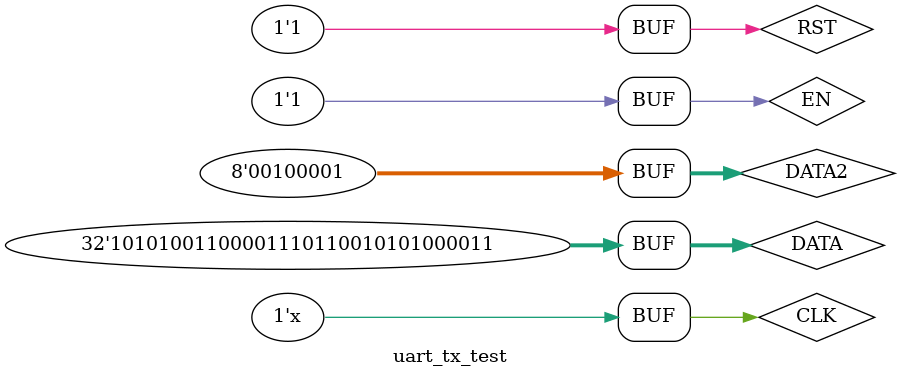
<source format=v>
`timescale 1ns / 1ps

module uart_tx_test();
    reg CLK;      // 100M
    reg [31:0] DATA;
    reg [7:0] DATA2;
    reg EN;       // 长时间的高电平则发送
    reg RST;
    wire TX;

    reg [2:0] select;
    reg [7:0] tosend;
    wire sending;

    // tx_flag是2周期的脉冲，用于启动一次串口
    reg pulse_generator;
    reg pulse_cache;
    wire tx_flag = pulse_generator^pulse_cache;
    always @(posedge CLK) begin
        pulse_cache <= pulse_generator;
    end

    reg sending_prev, sending_now;
    always @(posedge CLK) begin
        sending_prev <= sending_now;
        sending_now <= sending;
    end
    wire sending_neg = sending_prev & ~sending_now;

    UART_TX #(10_000_000, 100000000) _UART_TX(CLK, RST, tx_flag, tosend, TX, sending);

    always @(negedge CLK) begin
        if(!EN) select <= 3'b0;
        else if(select==3'b000||(select<3'b101 && sending_neg)) begin   // 下一位且开始发送
            select <= select + 3'b1;
            pulse_generator <= ~pulse_generator;
        end else select <= select;
    end

    always @(*) begin
        case (select)
            3'b000: tosend = {8{1'b0}};
            3'b001: tosend = DATA[7:0];
            3'b010: tosend = DATA[15:8];
            3'b011: tosend = DATA[23:16];
            3'b100: tosend = DATA[31:24];
            default: tosend = DATA2;
        endcase
    end
    always #1 CLK = ~CLK;
    initial begin
        pulse_generator = 0;
        pulse_cache = 0;
        sending_prev = 0;
        sending_now = 0;
        select = 0;
        DATA = 32'HA9876543;
        DATA2 = 8'H21;
        CLK = 0;
        EN = 0;
        RST = 1'b1;
        #5 EN = 1;
    end
endmodule
</source>
